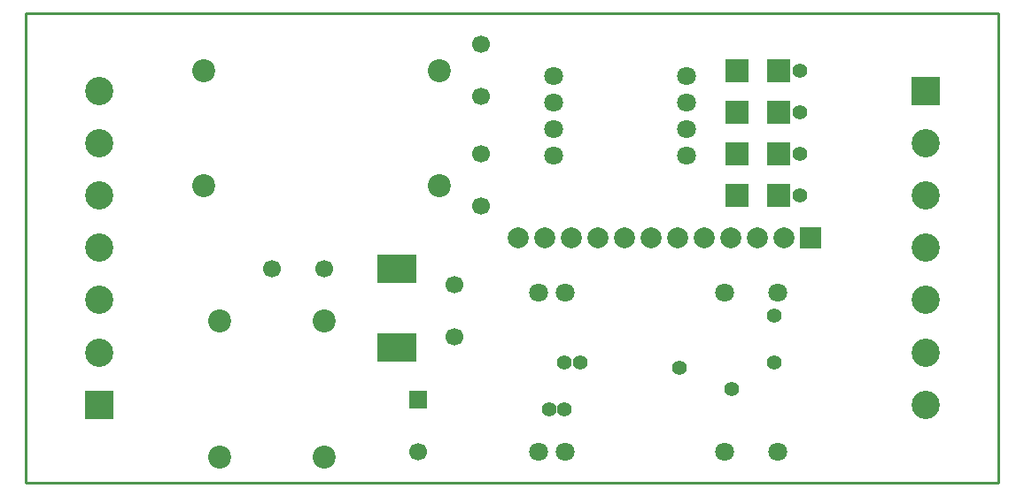
<source format=gts>
G04 Layer_Color=8388736*
%FSLAX42Y42*%
%MOMM*%
G71*
G01*
G75*
%ADD15C,0.25*%
%ADD22C,1.80*%
%ADD35R,3.70X2.70*%
%ADD36R,2.20X2.20*%
%ADD37C,1.70*%
%ADD38R,1.70X1.70*%
%ADD39C,2.20*%
%ADD40C,2.70*%
%ADD41R,2.70X2.70*%
%ADD42R,2.00X2.00*%
%ADD43C,2.00*%
%ADD44C,1.40*%
D15*
X0Y0D02*
Y4500D01*
X9300D01*
Y0D02*
Y4500D01*
X0Y0D02*
X9300D01*
D22*
X4904Y300D02*
D03*
X5158D02*
D03*
X7190D02*
D03*
Y1824D02*
D03*
X6682D02*
D03*
Y300D02*
D03*
X5158Y1824D02*
D03*
X4904D02*
D03*
X6320Y3900D02*
D03*
Y3646D02*
D03*
Y3392D02*
D03*
Y3138D02*
D03*
X5050D02*
D03*
Y3392D02*
D03*
Y3646D02*
D03*
Y3900D02*
D03*
D35*
X3550Y1300D02*
D03*
Y2050D02*
D03*
D36*
X7200Y3950D02*
D03*
X6800D02*
D03*
Y3550D02*
D03*
X7200D02*
D03*
Y3150D02*
D03*
X6800D02*
D03*
Y2750D02*
D03*
X7200D02*
D03*
D37*
X3750Y300D02*
D03*
X2850Y2050D02*
D03*
X2350D02*
D03*
X4100Y1400D02*
D03*
Y1900D02*
D03*
X4350Y3150D02*
D03*
Y2650D02*
D03*
Y3700D02*
D03*
Y4200D02*
D03*
D38*
X3750Y800D02*
D03*
D39*
X3950Y2850D02*
D03*
X1700D02*
D03*
X3950Y3950D02*
D03*
X1700D02*
D03*
X2850Y1550D02*
D03*
X1850D02*
D03*
X2850Y250D02*
D03*
X1850D02*
D03*
D40*
X700Y1750D02*
D03*
Y1250D02*
D03*
Y2250D02*
D03*
Y2750D02*
D03*
Y3250D02*
D03*
Y3750D02*
D03*
X8600Y2750D02*
D03*
Y3250D02*
D03*
Y2250D02*
D03*
Y1750D02*
D03*
Y1250D02*
D03*
Y750D02*
D03*
D41*
X700D02*
D03*
X8600Y3750D02*
D03*
D42*
X7500Y2350D02*
D03*
D43*
X7246D02*
D03*
X6992D02*
D03*
X6738D02*
D03*
X6484D02*
D03*
X6230D02*
D03*
X5468D02*
D03*
X5722D02*
D03*
X5976D02*
D03*
X4706D02*
D03*
X4960D02*
D03*
X5214D02*
D03*
D44*
X7150Y1150D02*
D03*
X6250Y1100D02*
D03*
X5150Y700D02*
D03*
Y1150D02*
D03*
X5000Y700D02*
D03*
X5300Y1150D02*
D03*
X6750Y900D02*
D03*
X7400Y3950D02*
D03*
Y3550D02*
D03*
Y3150D02*
D03*
Y2750D02*
D03*
X7150Y1600D02*
D03*
M02*

</source>
